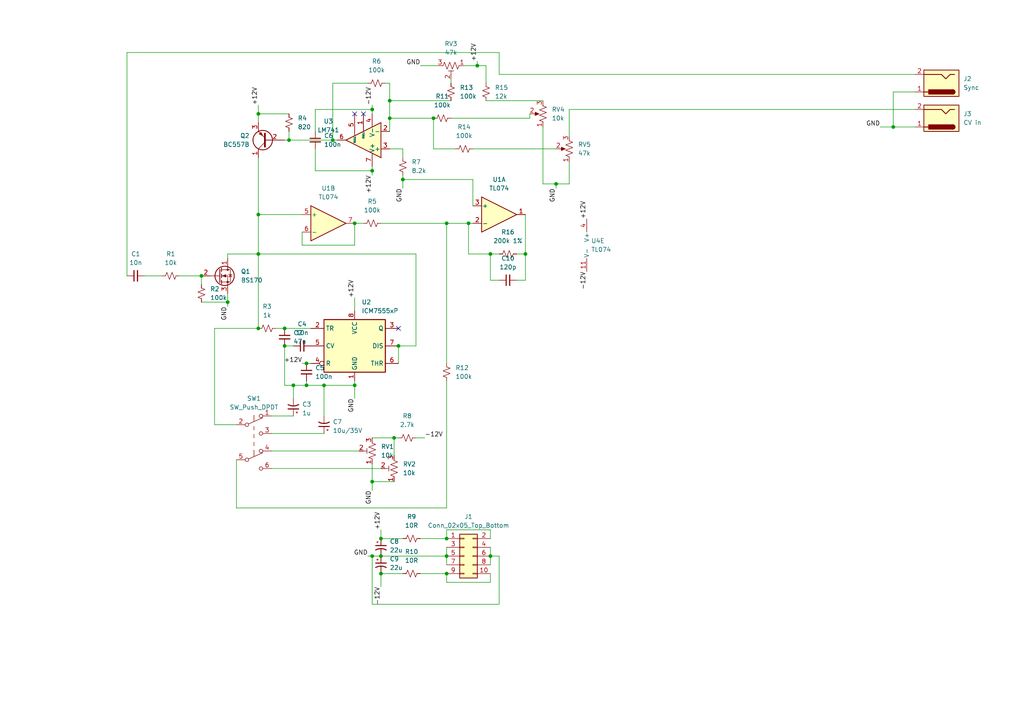
<source format=kicad_sch>
(kicad_sch (version 20211123) (generator eeschema)
  (paper "A4")
  (lib_symbols
    (symbol "Amplifier_Operational:LM741" (pin_names (offset 0.127))
      (property "Reference" "U" (at 0 6.35 0))
      (property "Value" "LM741" (at 0 3.81 0))
      (symbol "LM741_0_1"
        (polyline (pts (xy -5.08 5.08) (xy 5.08 0) (xy -5.08 -5.08) (xy -5.08 5.08)) (stroke (width 0.254)) (fill (type background)))
      )
      (symbol "LM741_1_1"
        (pin input line (at 0 -7.62 90) (length 5.08) (name "NULL") (number "1"))
        (pin input line (at -7.62 -2.54 0) (length 2.54) (name "-") (number "2"))
        (pin input line (at -7.62 2.54 0) (length 2.54) (name "+") (number "3"))
        (pin power_in line (at -2.54 -7.62 90) (length 3.81) (name "V-") (number "4"))
        (pin input line (at 2.54 -7.62 90) (length 6.35) (name "NULL") (number "5"))
        (pin output line (at 7.62 0 180) (length 2.54) (name "~") (number "6"))
        (pin power_in line (at -2.54 7.62 270) (length 3.81) (name "V+") (number "7"))
        (pin no_connect line (at 0 2.54 270) (length 2.54) hide (name "NC") (number "8"))
      )
    )
    (symbol "Amplifier_Operational:TL074" (pin_names (offset 0.127))
      (property "Reference" "U" (at 0 5.08 0))
      (property "Value" "TL074" (at 0 -5.08 0))
      (symbol "TL074_1_1"
        (polyline (pts (xy -5.08 5.08) (xy 5.08 0) (xy -5.08 -5.08) (xy -5.08 5.08)) (stroke (width 0.254)) (fill (type background)))
        (pin output line (at 7.62 0 180) (length 2.54) (name "~") (number "1"))
        (pin input line (at -7.62 -2.54 0) (length 2.54) (name "-") (number "2"))
        (pin input line (at -7.62 2.54 0) (length 2.54) (name "+") (number "3"))
      )
      (symbol "TL074_2_1"
        (polyline (pts (xy -5.08 5.08) (xy 5.08 0) (xy -5.08 -5.08) (xy -5.08 5.08)) (stroke (width 0.254)) (fill (type background)))
        (pin input line (at -7.62 2.54 0) (length 2.54) (name "+") (number "5"))
        (pin input line (at -7.62 -2.54 0) (length 2.54) (name "-") (number "6"))
        (pin output line (at 7.62 0 180) (length 2.54) (name "~") (number "7"))
      )
      (symbol "TL074_3_1"
        (polyline (pts (xy -5.08 5.08) (xy 5.08 0) (xy -5.08 -5.08) (xy -5.08 5.08)) (stroke (width 0.254)) (fill (type background)))
        (pin input line (at -7.62 2.54 0) (length 2.54) (name "+") (number "10"))
        (pin output line (at 7.62 0 180) (length 2.54) (name "~") (number "8"))
        (pin input line (at -7.62 -2.54 0) (length 2.54) (name "-") (number "9"))
      )
      (symbol "TL074_4_1"
        (polyline (pts (xy -5.08 5.08) (xy 5.08 0) (xy -5.08 -5.08) (xy -5.08 5.08)) (stroke (width 0.254)) (fill (type background)))
        (pin input line (at -7.62 2.54 0) (length 2.54) (name "+") (number "12"))
        (pin input line (at -7.62 -2.54 0) (length 2.54) (name "-") (number "13"))
        (pin output line (at 7.62 0 180) (length 2.54) (name "~") (number "14"))
      )
      (symbol "TL074_5_1"
        (pin power_in line (at -2.54 -7.62 90) (length 3.81) (name "V-") (number "11"))
        (pin power_in line (at -2.54 7.62 270) (length 3.81) (name "V+") (number "4"))
      )
    )
    (symbol "Connector:Jack-DC" (pin_names (offset 1.016))
      (property "Reference" "J" (at 0 5.334 0))
      (property "Value" "Jack-DC" (at 0 -5.08 0))
      (symbol "Jack-DC_0_1"
        (rectangle (start -5.08 3.81) (end 5.08 -3.81) (stroke (width 0.254)) (fill (type background)))
        (arc (start -3.302 3.175) (mid -3.937 2.54) (end -3.302 1.905) (stroke (width 0.254)))
        (arc (start -3.302 3.175) (mid -3.937 2.54) (end -3.302 1.905) (stroke (width 0.254)) (fill (type outline)))
        (polyline (pts (xy 5.08 2.54) (xy 3.81 2.54)) (stroke (width 0.254)))
        (polyline (pts (xy -3.81 -2.54) (xy -2.54 -2.54) (xy -1.27 -1.27) (xy 0 -2.54) (xy 2.54 -2.54) (xy 5.08 -2.54)) (stroke (width 0.254)))
        (rectangle (start 3.683 3.175) (end -3.302 1.905) (stroke (width 0.254)) (fill (type outline)))
      )
      (symbol "Jack-DC_1_1"
        (pin passive line (at 7.62 2.54 180) (length 2.54) (name "~") (number "1"))
        (pin passive line (at 7.62 -2.54 180) (length 2.54) (name "~") (number "2"))
      )
    )
    (symbol "Connector_Generic:Conn_02x05_Top_Bottom" (pin_names (offset 1.016) hide)
      (property "Reference" "J1" (at 1.27 11.43 0))
      (property "Value" "Conn_02x05_Top_Bottom" (at 1.27 8.89 0))
      (symbol "Conn_02x05_Top_Bottom_1_1"
        (rectangle (start -1.27 -4.953) (end 0 -5.207) (stroke (width 0.1524)))
        (rectangle (start -1.27 -2.413) (end 0 -2.667) (stroke (width 0.1524)))
        (rectangle (start -1.27 0.127) (end 0 -0.127) (stroke (width 0.1524)))
        (rectangle (start -1.27 2.667) (end 0 2.413) (stroke (width 0.1524)))
        (rectangle (start -1.27 5.207) (end 0 4.953) (stroke (width 0.1524)))
        (rectangle (start -1.27 6.35) (end 3.81 -6.35) (stroke (width 0.254)) (fill (type background)))
        (rectangle (start 3.81 -4.953) (end 2.54 -5.207) (stroke (width 0.1524)))
        (rectangle (start 3.81 -2.413) (end 2.54 -2.667) (stroke (width 0.1524)))
        (rectangle (start 3.81 0.127) (end 2.54 -0.127) (stroke (width 0.1524)))
        (rectangle (start 3.81 2.667) (end 2.54 2.413) (stroke (width 0.1524)))
        (rectangle (start 3.81 5.207) (end 2.54 4.953) (stroke (width 0.1524)))
        (pin passive line (at -5.08 5.08 0) (length 3.81) (name "Pin_1") (number "1"))
        (pin passive line (at 7.62 -5.08 180) (length 3.81) (name "Pin_10") (number "10"))
        (pin passive line (at 7.62 5.08 180) (length 3.81) (name "Pin_2") (number "2"))
        (pin passive line (at -5.08 2.54 0) (length 3.81) (name "Pin_3") (number "3"))
        (pin passive line (at 7.62 2.54 180) (length 3.81) (name "Pin_4") (number "4"))
        (pin passive line (at -5.08 0 0) (length 3.81) (name "Pin_5") (number "5"))
        (pin passive line (at 7.62 0 180) (length 3.81) (name "Pin_6") (number "6"))
        (pin passive line (at -5.08 -2.54 0) (length 3.81) (name "Pin_7") (number "7"))
        (pin passive line (at 7.62 -2.54 180) (length 3.81) (name "Pin_8") (number "8"))
        (pin passive line (at -5.08 -5.08 0) (length 3.81) (name "Pin_9") (number "9"))
      )
    )
    (symbol "Device:C_Polarized_Small_US" (pin_numbers hide) (pin_names (offset 0.254) hide)
      (property "Reference" "C" (at 0.254 1.778 0))
      (property "Value" "C_Polarized_Small_US" (at 0.254 -2.032 0))
      (symbol "C_Polarized_Small_US_0_1"
        (polyline (pts (xy -1.524 0.508) (xy 1.524 0.508)) (stroke (width 0.3048)))
        (polyline (pts (xy -1.27 1.524) (xy -0.762 1.524)))
        (polyline (pts (xy -1.016 1.27) (xy -1.016 1.778)))
        (arc (start 1.524 -0.762) (mid 0 -0.3734) (end -1.524 -0.762) (stroke (width 0.3048)))
      )
      (symbol "C_Polarized_Small_US_1_1"
        (pin passive line (at 0 2.54 270) (length 2.032) (name "~") (number "1"))
        (pin passive line (at 0 -2.54 90) (length 2.032) (name "~") (number "2"))
      )
    )
    (symbol "Device:C_Small" (pin_numbers hide) (pin_names (offset 0.254) hide)
      (property "Reference" "C" (at 0.254 1.778 0))
      (property "Value" "C_Small" (at 0.254 -2.032 0))
      (symbol "C_Small_0_1"
        (polyline (pts (xy -1.524 -0.508) (xy 1.524 -0.508)) (stroke (width 0.3302)))
        (polyline (pts (xy -1.524 0.508) (xy 1.524 0.508)) (stroke (width 0.3048)))
      )
      (symbol "C_Small_1_1"
        (pin passive line (at 0 2.54 270) (length 2.032) (name "~") (number "1"))
        (pin passive line (at 0 -2.54 90) (length 2.032) (name "~") (number "2"))
      )
    )
    (symbol "Device:R_Potentiometer_Trim_US" (pin_names (offset 1.016) hide)
      (property "Reference" "RV" (at -4.445 0 90))
      (property "Value" "R_Potentiometer_Trim_US" (at -2.54 0 90))
      (symbol "R_Potentiometer_Trim_US_0_1"
        (polyline (pts (xy 0 -2.286) (xy 0 -2.54)))
        (polyline (pts (xy 0 2.286) (xy 0 2.54)))
        (polyline (pts (xy 1.524 0.762) (xy 1.524 -0.762)))
        (polyline (pts (xy 2.54 0) (xy 1.524 0)))
        (polyline (pts (xy 0 -0.762) (xy 1.016 -1.143) (xy 0 -1.524) (xy -1.016 -1.905) (xy 0 -2.286)))
        (polyline (pts (xy 0 0.762) (xy 1.016 0.381) (xy 0 0) (xy -1.016 -0.381) (xy 0 -0.762)))
        (polyline (pts (xy 0 2.286) (xy 1.016 1.905) (xy 0 1.524) (xy -1.016 1.143) (xy 0 0.762)))
      )
      (symbol "R_Potentiometer_Trim_US_1_1"
        (pin passive line (at 0 3.81 270) (length 1.27) (name "1") (number "1"))
        (pin passive line (at 3.81 0 180) (length 1.27) (name "2") (number "2"))
        (pin passive line (at 0 -3.81 90) (length 1.27) (name "3") (number "3"))
      )
    )
    (symbol "Device:R_Potentiometer_US" (pin_names (offset 1.016) hide)
      (property "Reference" "RV" (at -4.445 0 90))
      (property "Value" "R_Potentiometer_US" (at -2.54 0 90))
      (symbol "R_Potentiometer_US_0_1"
        (polyline (pts (xy 0 -2.286) (xy 0 -2.54)))
        (polyline (pts (xy 0 2.54) (xy 0 2.286)))
        (polyline (pts (xy 2.54 0) (xy 1.524 0)))
        (polyline (pts (xy 1.143 0) (xy 2.286 0.508) (xy 2.286 -0.508) (xy 1.143 0)) (fill (type outline)))
        (polyline (pts (xy 0 -0.762) (xy 1.016 -1.143) (xy 0 -1.524) (xy -1.016 -1.905) (xy 0 -2.286)))
        (polyline (pts (xy 0 0.762) (xy 1.016 0.381) (xy 0 0) (xy -1.016 -0.381) (xy 0 -0.762)))
        (polyline (pts (xy 0 2.286) (xy 1.016 1.905) (xy 0 1.524) (xy -1.016 1.143) (xy 0 0.762)))
      )
      (symbol "R_Potentiometer_US_1_1"
        (pin passive line (at 0 3.81 270) (length 1.27) (name "1") (number "1"))
        (pin passive line (at 3.81 0 180) (length 1.27) (name "2") (number "2"))
        (pin passive line (at 0 -3.81 90) (length 1.27) (name "3") (number "3"))
      )
    )
    (symbol "Device:R_Small_US" (pin_numbers hide) (pin_names (offset 0.254) hide)
      (property "Reference" "R" (at 0.762 0.508 0))
      (property "Value" "R_Small_US" (at 0.762 -1.016 0))
      (symbol "R_Small_US_1_1"
        (polyline (pts (xy 0 0) (xy 1.016 -0.381) (xy 0 -0.762) (xy -1.016 -1.143) (xy 0 -1.524)))
        (polyline (pts (xy 0 1.524) (xy 1.016 1.143) (xy 0 0.762) (xy -1.016 0.381) (xy 0 0)))
        (pin passive line (at 0 2.54 270) (length 1.016) (name "~") (number "1"))
        (pin passive line (at 0 -2.54 90) (length 1.016) (name "~") (number "2"))
      )
    )
    (symbol "Switch:SW_Push_DPDT" (pin_names (offset 0) hide)
      (property "Reference" "SW" (at 0 8.89 0))
      (property "Value" "SW_Push_DPDT" (at 0 -10.16 0))
      (symbol "SW_Push_DPDT_0_0"
        (circle (center -2.032 -5.08) (radius 0.508))
        (circle (center -2.032 5.08) (radius 0.508))
        (circle (center 2.032 -7.62) (radius 0.508))
        (circle (center 2.032 2.54) (radius 0.508))
      )
      (symbol "SW_Push_DPDT_0_1"
        (polyline (pts (xy -1.524 -4.826) (xy 2.54 -3.048)))
        (polyline (pts (xy -1.524 5.334) (xy 2.54 7.112)))
        (polyline (pts (xy 0 -2.286) (xy 0 -4.064)))
        (polyline (pts (xy 0 -1.016) (xy 0 0)))
        (polyline (pts (xy 0 1.27) (xy 0 2.286)))
        (polyline (pts (xy 0 3.556) (xy 0 4.572)))
        (polyline (pts (xy 0 7.874) (xy 0 6.096)))
        (circle (center 2.032 -2.54) (radius 0.508))
        (circle (center 2.032 7.62) (radius 0.508))
      )
      (symbol "SW_Push_DPDT_1_1"
        (pin passive line (at 5.08 7.62 180) (length 2.54) (name "A") (number "1"))
        (pin passive line (at -5.08 5.08 0) (length 2.54) (name "B") (number "2"))
        (pin passive line (at 5.08 2.54 180) (length 2.54) (name "C") (number "3"))
        (pin passive line (at 5.08 -2.54 180) (length 2.54) (name "A") (number "4"))
        (pin passive line (at -5.08 -5.08 0) (length 2.54) (name "B") (number "5"))
        (pin passive line (at 5.08 -7.62 180) (length 2.54) (name "C") (number "6"))
      )
    )
    (symbol "Timer:ICM7555xP"
      (property "Reference" "U" (at -10.16 8.89 0))
      (property "Value" "ICM7555xP" (at 2.54 8.89 0))
      (symbol "ICM7555xP_0_0"
        (pin power_in line (at 0 -10.16 90) (length 2.54) (name "GND") (number "1"))
        (pin power_in line (at 0 10.16 270) (length 2.54) (name "VCC") (number "8"))
      )
      (symbol "ICM7555xP_0_1"
        (rectangle (start -8.89 -7.62) (end 8.89 7.62) (stroke (width 0.254)) (fill (type background)))
        (rectangle (start -8.89 -7.62) (end 8.89 7.62) (stroke (width 0.254)) (fill (type background)))
      )
      (symbol "ICM7555xP_1_1"
        (pin input line (at -12.7 5.08 0) (length 3.81) (name "TR") (number "2"))
        (pin output line (at 12.7 5.08 180) (length 3.81) (name "Q") (number "3"))
        (pin input inverted (at -12.7 -5.08 0) (length 3.81) (name "R") (number "4"))
        (pin input line (at -12.7 0 0) (length 3.81) (name "CV") (number "5"))
        (pin input line (at 12.7 -5.08 180) (length 3.81) (name "THR") (number "6"))
        (pin input line (at 12.7 0 180) (length 3.81) (name "DIS") (number "7"))
      )
    )
    (symbol "Transistor_BJT:BC557" (pin_names (offset 0) hide)
      (property "Reference" "Q" (at 5.08 1.905 0))
      (property "Value" "BC557" (at 5.08 0 0))
      (symbol "BC557_0_1"
        (polyline (pts (xy 0.635 0.635) (xy 2.54 2.54)))
        (polyline (pts (xy 0.635 -0.635) (xy 2.54 -2.54) (xy 2.54 -2.54)))
        (polyline (pts (xy 0.635 1.905) (xy 0.635 -1.905) (xy 0.635 -1.905)) (stroke (width 0.508)))
        (polyline (pts (xy 2.286 -1.778) (xy 1.778 -2.286) (xy 1.27 -1.27) (xy 2.286 -1.778) (xy 2.286 -1.778)) (fill (type outline)))
        (circle (center 1.27 0) (radius 2.8194) (stroke (width 0.254)))
      )
      (symbol "BC557_1_1"
        (pin passive line (at 2.54 5.08 270) (length 2.54) (name "C") (number "1"))
        (pin input line (at -5.08 0 0) (length 5.715) (name "B") (number "2"))
        (pin passive line (at 2.54 -5.08 90) (length 2.54) (name "E") (number "3"))
      )
    )
    (symbol "Transistor_FET:BS170" (pin_names hide)
      (property "Reference" "Q" (at 5.08 1.905 0))
      (property "Value" "BS170" (at 5.08 0 0))
      (symbol "BS170_0_1"
        (polyline (pts (xy 0.254 0) (xy -2.54 0)))
        (polyline (pts (xy 0.254 1.905) (xy 0.254 -1.905)) (stroke (width 0.254)))
        (polyline (pts (xy 0.762 -1.27) (xy 0.762 -2.286)) (stroke (width 0.254)))
        (polyline (pts (xy 0.762 0.508) (xy 0.762 -0.508)) (stroke (width 0.254)))
        (polyline (pts (xy 0.762 2.286) (xy 0.762 1.27)) (stroke (width 0.254)))
        (polyline (pts (xy 2.54 2.54) (xy 2.54 1.778)))
        (polyline (pts (xy 2.54 -2.54) (xy 2.54 0) (xy 0.762 0)))
        (polyline (pts (xy 0.762 -1.778) (xy 3.302 -1.778) (xy 3.302 1.778) (xy 0.762 1.778)))
        (polyline (pts (xy 1.016 0) (xy 2.032 0.381) (xy 2.032 -0.381) (xy 1.016 0)) (fill (type outline)))
        (polyline (pts (xy 2.794 0.508) (xy 2.921 0.381) (xy 3.683 0.381) (xy 3.81 0.254)))
        (polyline (pts (xy 3.302 0.381) (xy 2.921 -0.254) (xy 3.683 -0.254) (xy 3.302 0.381)))
        (circle (center 1.651 0) (radius 2.794) (stroke (width 0.254)))
        (circle (center 2.54 -1.778) (radius 0.254) (fill (type outline)))
        (circle (center 2.54 1.778) (radius 0.254) (fill (type outline)))
      )
      (symbol "BS170_1_1"
        (pin passive line (at 2.54 5.08 270) (length 2.54) (name "D") (number "1"))
        (pin input line (at -5.08 0 0) (length 2.54) (name "G") (number "2"))
        (pin passive line (at 2.54 -5.08 90) (length 2.54) (name "S") (number "3"))
      )
    )
  )
  (junction (at 116.84 52.07))
  (junction (at 74.93 33.02))
  (junction (at 82.55 95.25))
  (junction (at 85.09 111.76))
  (junction (at 110.49 156.21))
  (junction (at 107.95 139.7))
  (junction (at 138.43 19.05))
  (junction (at 110.49 161.29))
  (junction (at 107.95 161.29))
  (junction (at 88.9 105.41))
  (junction (at 107.95 31.75))
  (junction (at 74.93 95.25))
  (junction (at 88.9 111.76))
  (junction (at 161.29 53.34))
  (junction (at 113.03 34.29))
  (junction (at 125.73 34.29))
  (junction (at 110.49 166.37))
  (junction (at 129.54 64.77))
  (junction (at 102.87 111.76))
  (junction (at 93.98 111.76))
  (junction (at 113.03 29.21))
  (junction (at 74.93 62.23))
  (junction (at 82.55 100.33))
  (junction (at 129.54 156.21))
  (junction (at 102.87 64.77))
  (junction (at 142.24 161.29))
  (junction (at 58.42 80.01))
  (junction (at 96.52 40.64))
  (junction (at 115.57 100.33))
  (junction (at 129.54 166.37))
  (junction (at 74.93 73.66))
  (junction (at 83.82 40.64))
  (junction (at 66.04 87.63))
  (junction (at 142.24 73.66))
  (junction (at 135.89 64.77))
  (junction (at 129.54 161.29))
  (junction (at 259.08 36.83))
  (junction (at 107.95 49.53))
  (junction (at 152.4 73.66))
  (junction (at 114.3 127))
  (no_connect (at 105.41 33.02))
  (no_connect (at 102.87 33.02))
  (no_connect (at 115.57 95.25))
  (wire (pts (xy 74.93 30.48) (xy 74.93 33.02)))
  (wire (pts (xy 110.49 166.37) (xy 110.49 170.18)))
  (wire (pts (xy 129.54 147.32) (xy 68.58 147.32)))
  (wire (pts (xy 78.74 130.81) (xy 104.14 130.81)))
  (wire (pts (xy 107.95 48.26) (xy 107.95 49.53)))
  (wire (pts (xy 110.49 153.67) (xy 110.49 156.21)))
  (wire (pts (xy 113.03 29.21) (xy 113.03 24.13)))
  (wire (pts (xy 259.08 26.67) (xy 259.08 36.83)))
  (wire (pts (xy 82.55 95.25) (xy 90.17 95.25)))
  (wire (pts (xy 58.42 80.01) (xy 58.42 82.55)))
  (wire (pts (xy 142.24 156.21) (xy 142.24 153.67)))
  (wire (pts (xy 129.54 110.49) (xy 129.54 147.32)))
  (wire (pts (xy 265.43 21.59) (xy 144.78 21.59)))
  (wire (pts (xy 129.54 161.29) (xy 129.54 158.75)))
  (wire (pts (xy 265.43 31.75) (xy 165.1 31.75)))
  (wire (pts (xy 135.89 73.66) (xy 135.89 64.77)))
  (wire (pts (xy 142.24 153.67) (xy 129.54 153.67)))
  (wire (pts (xy 88.9 110.49) (xy 88.9 111.76)))
  (wire (pts (xy 113.03 29.21) (xy 130.81 29.21)))
  (wire (pts (xy 113.03 24.13) (xy 111.76 24.13)))
  (wire (pts (xy 152.4 81.28) (xy 152.4 73.66)))
  (wire (pts (xy 96.52 40.64) (xy 97.79 40.64)))
  (wire (pts (xy 87.63 67.31) (xy 87.63 71.12)))
  (wire (pts (xy 107.95 175.26) (xy 107.95 161.29)))
  (wire (pts (xy 157.48 36.83) (xy 157.48 53.34)))
  (wire (pts (xy 138.43 19.05) (xy 138.43 17.78)))
  (wire (pts (xy 165.1 31.75) (xy 165.1 39.37)))
  (wire (pts (xy 83.82 38.1) (xy 83.82 40.64)))
  (wire (pts (xy 78.74 125.73) (xy 93.98 125.73)))
  (wire (pts (xy 116.84 52.07) (xy 116.84 54.61)))
  (wire (pts (xy 114.3 139.7) (xy 107.95 139.7)))
  (wire (pts (xy 66.04 87.63) (xy 66.04 88.9)))
  (wire (pts (xy 125.73 43.18) (xy 125.73 34.29)))
  (wire (pts (xy 91.44 49.53) (xy 107.95 49.53)))
  (wire (pts (xy 68.58 147.32) (xy 68.58 133.35)))
  (wire (pts (xy 142.24 73.66) (xy 135.89 73.66)))
  (wire (pts (xy 137.16 52.07) (xy 116.84 52.07)))
  (wire (pts (xy 129.54 168.91) (xy 129.54 166.37)))
  (wire (pts (xy 74.93 62.23) (xy 87.63 62.23)))
  (wire (pts (xy 62.23 95.25) (xy 62.23 123.19)))
  (wire (pts (xy 255.27 36.83) (xy 259.08 36.83)))
  (wire (pts (xy 115.57 100.33) (xy 120.65 100.33)))
  (wire (pts (xy 120.65 73.66) (xy 74.93 73.66)))
  (wire (pts (xy 106.68 161.29) (xy 107.95 161.29)))
  (wire (pts (xy 142.24 168.91) (xy 129.54 168.91)))
  (wire (pts (xy 110.49 64.77) (xy 129.54 64.77)))
  (wire (pts (xy 85.09 111.76) (xy 88.9 111.76)))
  (wire (pts (xy 80.01 95.25) (xy 82.55 95.25)))
  (wire (pts (xy 87.63 71.12) (xy 102.87 71.12)))
  (wire (pts (xy 107.95 49.53) (xy 107.95 50.8)))
  (wire (pts (xy 142.24 161.29) (xy 144.78 161.29)))
  (wire (pts (xy 74.93 33.02) (xy 83.82 33.02)))
  (wire (pts (xy 107.95 139.7) (xy 107.95 142.24)))
  (wire (pts (xy 110.49 161.29) (xy 129.54 161.29)))
  (wire (pts (xy 96.52 40.64) (xy 96.52 24.13)))
  (wire (pts (xy 83.82 40.64) (xy 96.52 40.64)))
  (wire (pts (xy 102.87 71.12) (xy 102.87 64.77)))
  (wire (pts (xy 121.92 19.05) (xy 127 19.05)))
  (wire (pts (xy 82.55 111.76) (xy 85.09 111.76)))
  (wire (pts (xy 137.16 59.69) (xy 137.16 52.07)))
  (wire (pts (xy 102.87 110.49) (xy 102.87 111.76)))
  (wire (pts (xy 114.3 127) (xy 115.57 127)))
  (wire (pts (xy 62.23 123.19) (xy 68.58 123.19)))
  (wire (pts (xy 88.9 105.41) (xy 90.17 105.41)))
  (wire (pts (xy 74.93 73.66) (xy 74.93 95.25)))
  (wire (pts (xy 144.78 81.28) (xy 142.24 81.28)))
  (wire (pts (xy 82.55 100.33) (xy 85.09 100.33)))
  (wire (pts (xy 134.62 19.05) (xy 138.43 19.05)))
  (wire (pts (xy 161.29 53.34) (xy 161.29 54.61)))
  (wire (pts (xy 107.95 31.75) (xy 107.95 33.02)))
  (wire (pts (xy 129.54 64.77) (xy 129.54 105.41)))
  (wire (pts (xy 259.08 36.83) (xy 265.43 36.83)))
  (wire (pts (xy 91.44 31.75) (xy 107.95 31.75)))
  (wire (pts (xy 115.57 100.33) (xy 115.57 105.41)))
  (wire (pts (xy 144.78 161.29) (xy 144.78 175.26)))
  (wire (pts (xy 110.49 166.37) (xy 116.84 166.37)))
  (wire (pts (xy 78.74 120.65) (xy 85.09 120.65)))
  (wire (pts (xy 102.87 86.36) (xy 102.87 90.17)))
  (wire (pts (xy 120.65 127) (xy 123.19 127)))
  (wire (pts (xy 110.49 156.21) (xy 116.84 156.21)))
  (wire (pts (xy 132.08 43.18) (xy 125.73 43.18)))
  (wire (pts (xy 121.92 166.37) (xy 129.54 166.37)))
  (wire (pts (xy 144.78 175.26) (xy 107.95 175.26)))
  (wire (pts (xy 41.91 80.01) (xy 46.99 80.01)))
  (wire (pts (xy 107.95 139.7) (xy 107.95 134.62)))
  (wire (pts (xy 82.55 100.33) (xy 82.55 111.76)))
  (wire (pts (xy 113.03 34.29) (xy 125.73 34.29)))
  (wire (pts (xy 121.92 156.21) (xy 129.54 156.21)))
  (wire (pts (xy 149.86 81.28) (xy 152.4 81.28)))
  (wire (pts (xy 36.83 15.24) (xy 36.83 80.01)))
  (wire (pts (xy 96.52 24.13) (xy 106.68 24.13)))
  (wire (pts (xy 144.78 73.66) (xy 142.24 73.66)))
  (wire (pts (xy 144.78 15.24) (xy 36.83 15.24)))
  (wire (pts (xy 116.84 43.18) (xy 116.84 45.72)))
  (wire (pts (xy 152.4 73.66) (xy 152.4 62.23)))
  (wire (pts (xy 74.93 73.66) (xy 74.93 62.23)))
  (wire (pts (xy 107.95 30.48) (xy 107.95 31.75)))
  (wire (pts (xy 74.93 33.02) (xy 74.93 35.56)))
  (wire (pts (xy 58.42 87.63) (xy 66.04 87.63)))
  (wire (pts (xy 82.55 40.64) (xy 83.82 40.64)))
  (wire (pts (xy 93.98 111.76) (xy 102.87 111.76)))
  (wire (pts (xy 87.63 105.41) (xy 88.9 105.41)))
  (wire (pts (xy 149.86 73.66) (xy 152.4 73.66)))
  (wire (pts (xy 165.1 46.99) (xy 165.1 53.34)))
  (wire (pts (xy 114.3 127) (xy 114.3 132.08)))
  (wire (pts (xy 120.65 100.33) (xy 120.65 73.66)))
  (wire (pts (xy 88.9 111.76) (xy 93.98 111.76)))
  (wire (pts (xy 137.16 43.18) (xy 161.29 43.18)))
  (wire (pts (xy 142.24 81.28) (xy 142.24 73.66)))
  (wire (pts (xy 130.81 22.86) (xy 130.81 24.13)))
  (wire (pts (xy 91.44 43.18) (xy 91.44 49.53)))
  (wire (pts (xy 85.09 111.76) (xy 85.09 115.57)))
  (wire (pts (xy 113.03 38.1) (xy 113.03 34.29)))
  (wire (pts (xy 91.44 38.1) (xy 91.44 31.75)))
  (wire (pts (xy 153.67 34.29) (xy 153.67 33.02)))
  (wire (pts (xy 93.98 111.76) (xy 93.98 120.65)))
  (wire (pts (xy 140.97 19.05) (xy 138.43 19.05)))
  (wire (pts (xy 107.95 161.29) (xy 110.49 161.29)))
  (wire (pts (xy 135.89 64.77) (xy 137.16 64.77)))
  (wire (pts (xy 107.95 127) (xy 114.3 127)))
  (wire (pts (xy 161.29 53.34) (xy 165.1 53.34)))
  (wire (pts (xy 140.97 24.13) (xy 140.97 19.05)))
  (wire (pts (xy 129.54 161.29) (xy 129.54 163.83)))
  (wire (pts (xy 142.24 158.75) (xy 142.24 161.29)))
  (wire (pts (xy 74.93 95.25) (xy 62.23 95.25)))
  (wire (pts (xy 113.03 43.18) (xy 116.84 43.18)))
  (wire (pts (xy 74.93 73.66) (xy 66.04 73.66)))
  (wire (pts (xy 102.87 64.77) (xy 105.41 64.77)))
  (wire (pts (xy 113.03 34.29) (xy 113.03 29.21)))
  (wire (pts (xy 130.81 34.29) (xy 153.67 34.29)))
  (wire (pts (xy 129.54 64.77) (xy 135.89 64.77)))
  (wire (pts (xy 116.84 50.8) (xy 116.84 52.07)))
  (wire (pts (xy 52.07 80.01) (xy 58.42 80.01)))
  (wire (pts (xy 142.24 166.37) (xy 142.24 168.91)))
  (wire (pts (xy 144.78 21.59) (xy 144.78 15.24)))
  (wire (pts (xy 78.74 135.89) (xy 110.49 135.89)))
  (wire (pts (xy 74.93 45.72) (xy 74.93 62.23)))
  (wire (pts (xy 265.43 26.67) (xy 259.08 26.67)))
  (wire (pts (xy 66.04 73.66) (xy 66.04 74.93)))
  (wire (pts (xy 102.87 111.76) (xy 102.87 115.57)))
  (wire (pts (xy 140.97 29.21) (xy 157.48 29.21)))
  (wire (pts (xy 129.54 153.67) (xy 129.54 156.21)))
  (wire (pts (xy 142.24 161.29) (xy 142.24 163.83)))
  (wire (pts (xy 157.48 53.34) (xy 161.29 53.34)))
  (wire (pts (xy 66.04 85.09) (xy 66.04 87.63)))
  (label "+12V" (at 107.95 50.8 270))
  (label "+12V" (at 110.49 153.67 90))
  (label "GND" (at 161.29 54.61 270))
  (label "+12V" (at 102.87 86.36 90))
  (label "+12V" (at 74.93 30.48 90))
  (label "+12V" (at 170.18 63.5 90))
  (label "-12V" (at 107.95 30.48 90))
  (label "GND" (at 102.87 115.57 270))
  (label "GND" (at 66.04 88.9 270))
  (label "+12V" (at 87.63 105.41 180))
  (label "GND" (at 106.68 161.29 180))
  (label "GND" (at 121.92 19.05 180))
  (label "GND" (at 107.95 142.24 270))
  (label "+12V" (at 138.43 17.78 90))
  (label "-12V" (at 170.18 78.74 270))
  (label "GND" (at 116.84 54.61 270))
  (label "GND" (at 255.27 36.83 180))
  (label "-12V" (at 123.19 127 0))
  (label "-12V" (at 110.49 170.18 270))
  (symbol (lib_id "Device:R_Potentiometer_US") (at 157.48 33.02 180) (unit 1)
    (property "Reference" "RV4" (at 160.02 31.7499 0) (effects (justify right)))
    (property "Value" "10k" (at 160.02 34.2899 0) (effects (justify right)))
    (property "Footprint" "Connector_PinHeader_2.54mm:PinHeader_1x03_P2.54mm_Vertical" (effects hide))
  )
  (symbol (lib_id "Device:R_Small_US") (at 134.62 43.18 90) (unit 1)
    (property "Reference" "R14" (at 134.62 36.83 90))
    (property "Value" "100k" (at 134.62 39.37 90))
    (property "Footprint" "Resistor_THT:R_Axial_DIN0207_L6.3mm_D2.5mm_P7.62mm_Horizontal" (effects hide))
  )
  (symbol (lib_id "Device:C_Small") (at 91.44 40.64 0) (unit 1)
    (property "Reference" "C6" (at 93.98 39.3762 0) (effects (justify left)))
    (property "Value" "100n" (at 93.98 41.9162 0) (effects (justify left)))
    (property "Footprint" "Capacitor_THT:C_Disc_D10.5mm_W5.0mm_P5.00mm" (effects hide))
  )
  (symbol (lib_id "Connector_Generic:Conn_02x05_Top_Bottom") (at 134.62 161.29 0) (unit 1)
    (property "Reference" "J1" (at 135.89 149.86 0))
    (property "Value" "Conn_02x05_Top_Bottom" (at 135.89 152.4 0))
    (property "Footprint" "Connector_PinHeader_2.54mm:PinHeader_2x05_P2.54mm_Vertical" (effects hide))
  )
  (symbol (lib_id "Connector:Jack-DC") (at 273.05 34.29 180) (unit 1)
    (property "Reference" "J3" (at 279.4 33.0199 0) (effects (justify right)))
    (property "Value" "CV in" (at 279.4 35.5599 0) (effects (justify right)))
    (property "Footprint" "Connector_PinHeader_2.54mm:PinHeader_1x02_P2.54mm_Vertical" (effects hide))
  )
  (symbol (lib_id "Device:C_Small") (at 147.32 81.28 90) (unit 1)
    (property "Reference" "C10" (at 147.3263 74.93 90))
    (property "Value" "120p" (at 147.3263 77.47 90))
    (property "Footprint" "Capacitor_THT:C_Disc_D10.5mm_W5.0mm_P5.00mm" (effects hide))
  )
  (symbol (lib_id "Device:C_Polarized_Small_US") (at 110.49 163.83 0) (unit 1)
    (property "Reference" "C9" (at 113.03 162.1281 0) (effects (justify left)))
    (property "Value" "22u" (at 113.03 164.6681 0) (effects (justify left)))
    (property "Footprint" "Capacitor_THT:CP_Radial_D6.3mm_P2.50mm" (effects hide))
  )
  (symbol (lib_id "Switch:SW_Push_DPDT") (at 73.66 128.27 0) (unit 1)
    (property "Reference" "SW1" (at 73.66 115.57 0))
    (property "Value" "SW_Push_DPDT" (at 73.66 118.11 0))
    (property "Footprint" "Connector_PinHeader_2.54mm:PinHeader_1x06_P2.54mm_Vertical" (effects hide))
  )
  (symbol (lib_id "Device:R_Small_US") (at 58.42 85.09 180) (unit 1)
    (property "Reference" "R2" (at 60.96 83.8199 0) (effects (justify right)))
    (property "Value" "100k" (at 60.96 86.3599 0) (effects (justify right)))
    (property "Footprint" "Resistor_THT:R_Axial_DIN0207_L6.3mm_D2.5mm_P7.62mm_Horizontal" (effects hide))
  )
  (symbol (lib_id "Amplifier_Operational:TL074") (at 95.25 64.77 0) (unit 2)
    (property "Reference" "U1" (at 95.25 54.61 0))
    (property "Value" "TL074" (at 95.25 57.15 0))
    (property "Footprint" "Package_DIP:DIP-14_W7.62mm" (effects hide))
    (property "Datasheet" "http://www.ti.com/lit/ds/symlink/tl071.pdf" (effects hide))
  )
  (symbol (lib_id "Device:R_Small_US") (at 147.32 73.66 90) (unit 1)
    (property "Reference" "R16" (at 147.32 67.31 90))
    (property "Value" "200k 1%" (at 147.32 69.85 90))
    (property "Footprint" "Resistor_THT:R_Axial_DIN0207_L6.3mm_D2.5mm_P7.62mm_Horizontal" (effects hide))
  )
  (symbol (lib_id "Amplifier_Operational:TL074") (at 144.78 62.23 0) (unit 1)
    (property "Reference" "U1" (at 144.78 52.07 0))
    (property "Value" "TL074" (at 144.78 54.61 0))
    (property "Footprint" "Package_DIP:DIP-14_W7.62mm" (effects hide))
    (property "Datasheet" "http://www.ti.com/lit/ds/symlink/tl071.pdf" (effects hide))
  )
  (symbol (lib_id "Device:R_Small_US") (at 129.54 107.95 0) (unit 1)
    (property "Reference" "R12" (at 132.08 106.6799 0) (effects (justify left)))
    (property "Value" "100k" (at 132.08 109.2199 0) (effects (justify left)))
    (property "Footprint" "Resistor_THT:R_Axial_DIN0207_L6.3mm_D2.5mm_P7.62mm_Horizontal" (effects hide))
  )
  (symbol (lib_id "Device:R_Small_US") (at 116.84 48.26 0) (unit 1)
    (property "Reference" "R7" (at 119.38 46.9899 0) (effects (justify left)))
    (property "Value" "8.2k" (at 119.38 49.5299 0) (effects (justify left)))
    (property "Footprint" "Resistor_THT:R_Axial_DIN0207_L6.3mm_D2.5mm_P7.62mm_Horizontal" (effects hide))
  )
  (symbol (lib_id "Device:R_Small_US") (at 140.97 26.67 0) (unit 1)
    (property "Reference" "R15" (at 143.51 25.3999 0) (effects (justify left)))
    (property "Value" "12k" (at 143.51 27.9399 0) (effects (justify left)))
    (property "Footprint" "Resistor_THT:R_Axial_DIN0207_L6.3mm_D2.5mm_P7.62mm_Horizontal" (effects hide))
  )
  (symbol (lib_id "Device:R_Potentiometer_Trim_US") (at 130.81 19.05 270) (unit 1)
    (property "Reference" "RV3" (at 130.81 12.7 90))
    (property "Value" "47k" (at 130.81 15.24 90))
    (property "Footprint" "Potentiometer_THT:Potentiometer_Bourns_3386C_Horizontal" (effects hide))
  )
  (symbol (lib_id "Device:R_Small_US") (at 107.95 64.77 90) (unit 1)
    (property "Reference" "R5" (at 107.95 58.42 90))
    (property "Value" "100k" (at 107.95 60.96 90))
    (property "Footprint" "Resistor_THT:R_Axial_DIN0207_L6.3mm_D2.5mm_P7.62mm_Horizontal" (effects hide))
  )
  (symbol (lib_id "Device:R_Small_US") (at 109.22 24.13 90) (unit 1)
    (property "Reference" "R6" (at 109.22 17.78 90))
    (property "Value" "100k" (at 109.22 20.32 90))
    (property "Footprint" "Resistor_THT:R_Axial_DIN0207_L6.3mm_D2.5mm_P7.62mm_Horizontal" (effects hide))
  )
  (symbol (lib_id "Device:R_Potentiometer_US") (at 165.1 43.18 180) (unit 1)
    (property "Reference" "RV5" (at 167.64 41.9099 0) (effects (justify right)))
    (property "Value" "47k" (at 167.64 44.4499 0) (effects (justify right)))
    (property "Footprint" "Connector_PinHeader_2.54mm:PinHeader_1x03_P2.54mm_Vertical" (effects hide))
  )
  (symbol (lib_id "Device:R_Potentiometer_Trim_US") (at 114.3 135.89 180) (unit 1)
    (property "Reference" "RV2" (at 116.84 134.6199 0) (effects (justify right)))
    (property "Value" "10k" (at 116.84 137.1599 0) (effects (justify right)))
    (property "Footprint" "Potentiometer_THT:Potentiometer_Bourns_3386C_Horizontal" (effects hide))
  )
  (symbol (lib_id "Device:C_Polarized_Small_US") (at 93.98 123.19 180) (unit 1)
    (property "Reference" "C7" (at 96.52 122.3517 0) (effects (justify right)))
    (property "Value" "10u/35V" (at 96.52 124.8917 0) (effects (justify right)))
    (property "Footprint" "Capacitor_THT:CP_Radial_D6.3mm_P2.50mm" (effects hide))
  )
  (symbol (lib_id "Amplifier_Operational:TL074") (at 172.72 71.12 0) (unit 5)
    (property "Reference" "U4" (at 171.45 69.8499 0) (effects (justify left)))
    (property "Value" "TL074" (at 171.45 72.3899 0) (effects (justify left)))
    (property "Datasheet" "http://www.ti.com/lit/ds/symlink/tl071.pdf" (effects hide))
  )
  (symbol (lib_id "Connector:Jack-DC") (at 273.05 24.13 180) (unit 1)
    (property "Reference" "J2" (at 279.4 22.8599 0) (effects (justify right)))
    (property "Value" "Sync" (at 279.4 25.3999 0) (effects (justify right)))
    (property "Footprint" "Connector_PinHeader_2.54mm:PinHeader_1x02_P2.54mm_Vertical" (effects hide))
  )
  (symbol (lib_id "Device:R_Small_US") (at 118.11 127 90) (unit 1)
    (property "Reference" "R8" (at 118.11 120.65 90))
    (property "Value" "2.7k" (at 118.11 123.19 90))
    (property "Footprint" "Resistor_THT:R_Axial_DIN0207_L6.3mm_D2.5mm_P7.62mm_Horizontal" (effects hide))
  )
  (symbol (lib_id "Device:R_Small_US") (at 83.82 35.56 0) (unit 1)
    (property "Reference" "R4" (at 86.36 34.2899 0) (effects (justify left)))
    (property "Value" "820" (at 86.36 36.8299 0) (effects (justify left)))
    (property "Footprint" "Resistor_THT:R_Axial_DIN0207_L6.3mm_D2.5mm_P7.62mm_Horizontal" (effects hide))
  )
  (symbol (lib_id "Timer:ICM7555xP") (at 102.87 100.33 0) (unit 1)
    (property "Reference" "U2" (at 104.8894 87.63 0) (effects (justify left)))
    (property "Value" "ICM7555xP" (at 104.8894 90.17 0) (effects (justify left)))
    (property "Footprint" "Package_DIP:DIP-8_W7.62mm" (effects hide))
    (property "Datasheet" "http://www.intersil.com/content/dam/Intersil/documents/icm7/icm7555-56.pdf" (effects hide))
  )
  (symbol (lib_id "Device:C_Polarized_Small_US") (at 110.49 158.75 0) (unit 1)
    (property "Reference" "C8" (at 113.03 157.0481 0) (effects (justify left)))
    (property "Value" "22u" (at 113.03 159.5881 0) (effects (justify left)))
    (property "Footprint" "Capacitor_THT:CP_Radial_D6.3mm_P2.50mm" (effects hide))
  )
  (symbol (lib_id "Device:C_Small") (at 87.63 100.33 90) (unit 1)
    (property "Reference" "C4" (at 87.6363 93.98 90))
    (property "Value" "10n" (at 87.6363 96.52 90))
    (property "Footprint" "Capacitor_THT:C_Disc_D10.5mm_W5.0mm_P5.00mm" (effects hide))
  )
  (symbol (lib_id "Device:R_Small_US") (at 128.27 34.29 90) (unit 1)
    (property "Reference" "R11" (at 128.27 27.94 90))
    (property "Value" "100k" (at 128.27 30.48 90))
    (property "Footprint" "Resistor_THT:R_Axial_DIN0207_L6.3mm_D2.5mm_P7.62mm_Horizontal" (effects hide))
  )
  (symbol (lib_id "Device:C_Polarized_Small_US") (at 85.09 118.11 180) (unit 1)
    (property "Reference" "C3" (at 87.63 117.2717 0) (effects (justify right)))
    (property "Value" "1u" (at 87.63 119.8117 0) (effects (justify right)))
    (property "Footprint" "Capacitor_THT:CP_Radial_D6.3mm_P2.50mm" (effects hide))
  )
  (symbol (lib_id "Device:R_Small_US") (at 77.47 95.25 90) (unit 1)
    (property "Reference" "R3" (at 77.47 88.9 90))
    (property "Value" "1k" (at 77.47 91.44 90))
    (property "Footprint" "Resistor_THT:R_Axial_DIN0207_L6.3mm_D2.5mm_P7.62mm_Horizontal" (effects hide))
  )
  (symbol (lib_id "Device:R_Small_US") (at 49.53 80.01 90) (unit 1)
    (property "Reference" "R1" (at 49.53 73.66 90))
    (property "Value" "10k" (at 49.53 76.2 90))
    (property "Footprint" "Resistor_THT:R_Axial_DIN0207_L6.3mm_D2.5mm_P7.62mm_Horizontal" (effects hide))
  )
  (symbol (lib_id "Device:R_Small_US") (at 119.38 166.37 90) (unit 1)
    (property "Reference" "R10" (at 119.38 160.02 90))
    (property "Value" "10R" (at 119.38 162.56 90))
    (property "Footprint" "Resistor_THT:R_Axial_DIN0207_L6.3mm_D2.5mm_P7.62mm_Horizontal" (effects hide))
  )
  (symbol (lib_id "Amplifier_Operational:LM741") (at 105.41 40.64 180) (unit 1)
    (property "Reference" "U3" (at 95.25 35.1788 0))
    (property "Value" "LM741" (at 95.25 37.7188 0))
    (property "Footprint" "Package_DIP:DIP-8_W7.62mm" (effects hide))
    (property "Datasheet" "http://www.ti.com/lit/ds/symlink/lm741.pdf" (effects hide))
  )
  (symbol (lib_id "Transistor_BJT:BC557") (at 77.47 40.64 180) (unit 1)
    (property "Reference" "Q2" (at 72.39 39.3699 0) (effects (justify left)))
    (property "Value" "BC557B" (at 72.39 41.9099 0) (effects (justify left)))
    (property "Footprint" "Package_TO_SOT_THT:TO-92_Inline" (effects hide))
    (property "Datasheet" "https://www.onsemi.com/pub/Collateral/BC556BTA-D.pdf" (effects hide))
  )
  (symbol (lib_id "Transistor_FET:BS170") (at 63.5 80.01 0) (unit 1)
    (property "Reference" "Q1" (at 69.85 78.7399 0) (effects (justify left)))
    (property "Value" "BS170" (at 69.85 81.2799 0) (effects (justify left)))
    (property "Footprint" "Package_TO_SOT_THT:TO-92_Inline" (effects hide))
    (property "Datasheet" "https://www.onsemi.com/pub/Collateral/BS170-D.PDF" (effects hide))
  )
  (symbol (lib_id "Device:C_Small") (at 88.9 107.95 0) (unit 1)
    (property "Reference" "C5" (at 91.44 106.6862 0) (effects (justify left)))
    (property "Value" "100n" (at 91.44 109.2262 0) (effects (justify left)))
    (property "Footprint" "Capacitor_THT:C_Disc_D10.5mm_W5.0mm_P5.00mm" (effects hide))
  )
  (symbol (lib_id "Device:R_Small_US") (at 119.38 156.21 90) (unit 1)
    (property "Reference" "R9" (at 119.38 149.86 90))
    (property "Value" "10R" (at 119.38 152.4 90))
    (property "Footprint" "Resistor_THT:R_Axial_DIN0207_L6.3mm_D2.5mm_P7.62mm_Horizontal" (effects hide))
  )
  (symbol (lib_id "Device:R_Small_US") (at 130.81 26.67 0) (unit 1)
    (property "Reference" "R13" (at 133.35 25.3999 0) (effects (justify left)))
    (property "Value" "100k" (at 133.35 27.9399 0) (effects (justify left)))
    (property "Footprint" "Resistor_THT:R_Axial_DIN0207_L6.3mm_D2.5mm_P7.62mm_Horizontal" (effects hide))
  )
  (symbol (lib_id "Device:C_Small") (at 39.37 80.01 90) (unit 1)
    (property "Reference" "C1" (at 39.3763 73.66 90))
    (property "Value" "10n" (at 39.3763 76.2 90))
    (property "Footprint" "Capacitor_THT:C_Disc_D10.5mm_W5.0mm_P5.00mm" (effects hide))
  )
  (symbol (lib_id "Device:C_Small") (at 82.55 97.79 0) (unit 1)
    (property "Reference" "C2" (at 85.09 96.5262 0) (effects (justify left)))
    (property "Value" "47n" (at 85.09 99.0662 0) (effects (justify left)))
    (property "Footprint" "Capacitor_THT:C_Disc_D10.5mm_W5.0mm_P5.00mm" (effects hide))
  )
  (symbol (lib_id "Device:R_Potentiometer_Trim_US") (at 107.95 130.81 180) (unit 1)
    (property "Reference" "RV1" (at 110.49 129.5399 0) (effects (justify right)))
    (property "Value" "10k" (at 110.49 132.0799 0) (effects (justify right)))
    (property "Footprint" "Potentiometer_THT:Potentiometer_Bourns_3386C_Horizontal" (effects hide))
  )
)
</source>
